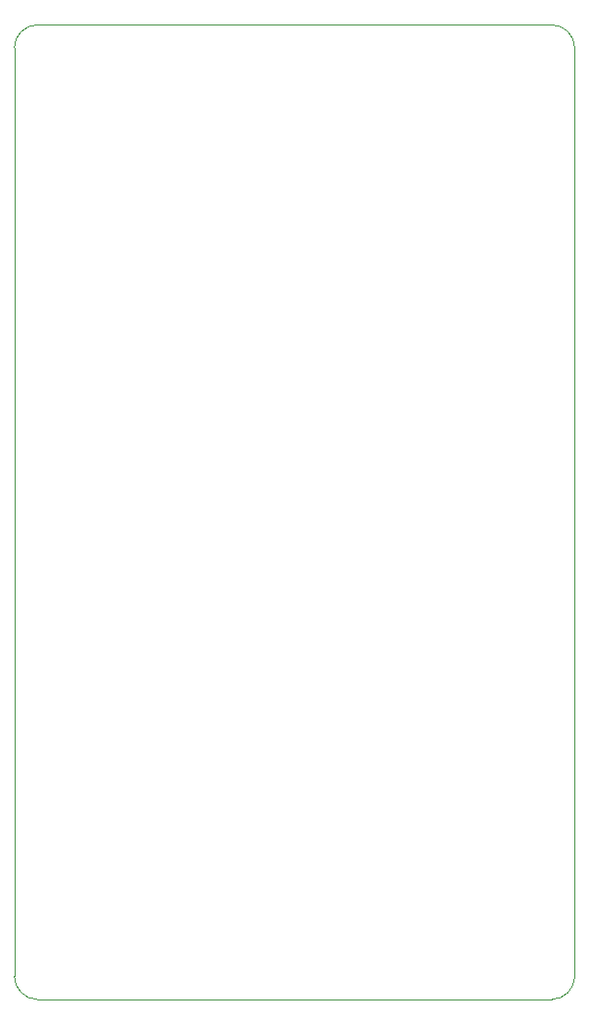
<source format=gbr>
%TF.GenerationSoftware,KiCad,Pcbnew,7.0.1*%
%TF.CreationDate,2024-01-03T20:12:55+01:00*%
%TF.ProjectId,PicBytesMicro,50696342-7974-4657-934d-6963726f2e6b,rev?*%
%TF.SameCoordinates,Original*%
%TF.FileFunction,Profile,NP*%
%FSLAX46Y46*%
G04 Gerber Fmt 4.6, Leading zero omitted, Abs format (unit mm)*
G04 Created by KiCad (PCBNEW 7.0.1) date 2024-01-03 20:12:55*
%MOMM*%
%LPD*%
G01*
G04 APERTURE LIST*
%TA.AperFunction,Profile*%
%ADD10C,0.050000*%
%TD*%
G04 APERTURE END LIST*
D10*
X113000000Y-128500000D02*
X113000000Y-48300000D01*
X159500000Y-46300000D02*
X115000000Y-46300000D01*
X161500000Y-48300000D02*
G75*
G03*
X159500000Y-46300000I-2000000J0D01*
G01*
X159500000Y-130500000D02*
G75*
G03*
X161500000Y-128500000I0J2000000D01*
G01*
X113000000Y-128500000D02*
G75*
G03*
X115000000Y-130500000I2000000J0D01*
G01*
X159500000Y-130500000D02*
X115000000Y-130500000D01*
X161500000Y-128500000D02*
X161500000Y-48300000D01*
X115000000Y-46300000D02*
G75*
G03*
X113000000Y-48300000I0J-2000000D01*
G01*
M02*

</source>
